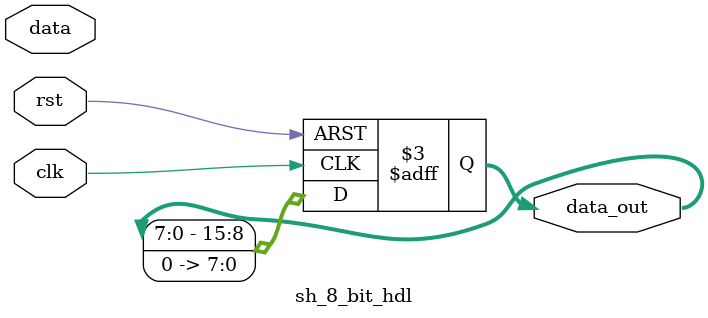
<source format=v>
module sh_8_bit_hdl( 
    input clk,
    input [7:0] data,
    input rst,
    output reg [15:0] data_out
    );
    
    always @(posedge clk or posedge rst)
        begin
            if (rst) 
                begin
                    data_out <= 16'b0000000010101010; // Initial value: 0000000010101010
                end 
            else 
                begin
                    data_out [7:0] <= data[7:0];
                    data_out <= data_out << 8; // Shift left by 8 bits
                end
        end
endmodule

</source>
